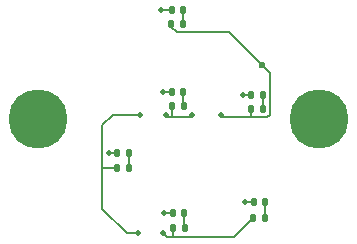
<source format=gbr>
%TF.GenerationSoftware,KiCad,Pcbnew,8.0.2-1*%
%TF.CreationDate,2024-11-11T18:57:46+10:00*%
%TF.ProjectId,ae_emblem_led_pcb,61655f65-6d62-46c6-956d-5f6c65645f70,rev?*%
%TF.SameCoordinates,Original*%
%TF.FileFunction,Copper,L1,Top*%
%TF.FilePolarity,Positive*%
%FSLAX46Y46*%
G04 Gerber Fmt 4.6, Leading zero omitted, Abs format (unit mm)*
G04 Created by KiCad (PCBNEW 8.0.2-1) date 2024-11-11 18:57:46*
%MOMM*%
%LPD*%
G01*
G04 APERTURE LIST*
G04 Aperture macros list*
%AMRoundRect*
0 Rectangle with rounded corners*
0 $1 Rounding radius*
0 $2 $3 $4 $5 $6 $7 $8 $9 X,Y pos of 4 corners*
0 Add a 4 corners polygon primitive as box body*
4,1,4,$2,$3,$4,$5,$6,$7,$8,$9,$2,$3,0*
0 Add four circle primitives for the rounded corners*
1,1,$1+$1,$2,$3*
1,1,$1+$1,$4,$5*
1,1,$1+$1,$6,$7*
1,1,$1+$1,$8,$9*
0 Add four rect primitives between the rounded corners*
20,1,$1+$1,$2,$3,$4,$5,0*
20,1,$1+$1,$4,$5,$6,$7,0*
20,1,$1+$1,$6,$7,$8,$9,0*
20,1,$1+$1,$8,$9,$2,$3,0*%
G04 Aperture macros list end*
%TA.AperFunction,SMDPad,CuDef*%
%ADD10RoundRect,0.147500X-0.147500X-0.172500X0.147500X-0.172500X0.147500X0.172500X-0.147500X0.172500X0*%
%TD*%
%TA.AperFunction,SMDPad,CuDef*%
%ADD11RoundRect,0.135000X-0.135000X-0.185000X0.135000X-0.185000X0.135000X0.185000X-0.135000X0.185000X0*%
%TD*%
%TA.AperFunction,ComponentPad*%
%ADD12C,0.800000*%
%TD*%
%TA.AperFunction,ComponentPad*%
%ADD13C,5.000000*%
%TD*%
%TA.AperFunction,ViaPad*%
%ADD14C,0.600000*%
%TD*%
%TA.AperFunction,ViaPad*%
%ADD15C,0.500000*%
%TD*%
%TA.AperFunction,Conductor*%
%ADD16C,0.200000*%
%TD*%
G04 APERTURE END LIST*
D10*
%TO.P,D5,1,K*%
%TO.N,GND*%
X151255000Y-80550000D03*
%TO.P,D5,2,A*%
%TO.N,Net-(D5-A)*%
X152225000Y-80550000D03*
%TD*%
D11*
%TO.P,R5,1*%
%TO.N,GPIO21*%
X151230000Y-81750000D03*
%TO.P,R5,2*%
%TO.N,Net-(D5-A)*%
X152250000Y-81750000D03*
%TD*%
D10*
%TO.P,D4,1,K*%
%TO.N,GND*%
X144515000Y-73300000D03*
%TO.P,D4,2,A*%
%TO.N,Net-(D4-A)*%
X145485000Y-73300000D03*
%TD*%
%TO.P,D1,1,K*%
%TO.N,GND*%
X144615000Y-90500000D03*
%TO.P,D1,2,A*%
%TO.N,Net-(D1-A)*%
X145585000Y-90500000D03*
%TD*%
%TO.P,D3,1,K*%
%TO.N,GND*%
X144515000Y-80300000D03*
%TO.P,D3,2,A*%
%TO.N,Net-(D3-A)*%
X145485000Y-80300000D03*
%TD*%
D11*
%TO.P,R2,1*%
%TO.N,GPIO21*%
X144515000Y-81500000D03*
%TO.P,R2,2*%
%TO.N,Net-(D3-A)*%
X145535000Y-81500000D03*
%TD*%
D10*
%TO.P,D2,1,K*%
%TO.N,GND*%
X139915000Y-85400000D03*
%TO.P,D2,2,A*%
%TO.N,Net-(D2-A)*%
X140885000Y-85400000D03*
%TD*%
D11*
%TO.P,R4,1*%
%TO.N,GPIO21*%
X139890000Y-86700000D03*
%TO.P,R4,2*%
%TO.N,Net-(D2-A)*%
X140910000Y-86700000D03*
%TD*%
%TO.P,R6,1*%
%TO.N,GPIO21*%
X151430000Y-90900000D03*
%TO.P,R6,2*%
%TO.N,Net-(D6-A)*%
X152450000Y-90900000D03*
%TD*%
%TO.P,R1,1*%
%TO.N,GPIO21*%
X144590000Y-91800000D03*
%TO.P,R1,2*%
%TO.N,Net-(D1-A)*%
X145610000Y-91800000D03*
%TD*%
%TO.P,R3,1*%
%TO.N,GPIO21*%
X144490000Y-74500000D03*
%TO.P,R3,2*%
%TO.N,Net-(D4-A)*%
X145510000Y-74500000D03*
%TD*%
D10*
%TO.P,D6,1,K*%
%TO.N,GND*%
X151455000Y-89600000D03*
%TO.P,D6,2,A*%
%TO.N,Net-(D6-A)*%
X152425000Y-89600000D03*
%TD*%
D12*
%TO.P,REF\u002A\u002A,1*%
%TO.N,N/C*%
X155100825Y-82600000D03*
X155650000Y-81274175D03*
X155650000Y-83925825D03*
X156975825Y-80725000D03*
D13*
X156975825Y-82600000D03*
D12*
X156975825Y-84475000D03*
X158301650Y-81274175D03*
X158301650Y-83925825D03*
X158850825Y-82600000D03*
%TD*%
%TO.P,REF\u002A\u002A,1*%
%TO.N,N/C*%
X131325000Y-82600000D03*
X131874175Y-81274175D03*
X131874175Y-83925825D03*
X133200000Y-80725000D03*
D13*
X133200000Y-82600000D03*
D12*
X133200000Y-84475000D03*
X134525825Y-81274175D03*
X134525825Y-83925825D03*
X135075000Y-82600000D03*
%TD*%
D14*
%TO.N,GPIO21*%
X152150000Y-78000000D03*
D15*
X148650000Y-82200000D03*
X143750000Y-92200000D03*
X144000000Y-82200000D03*
X146200000Y-82200000D03*
X141800000Y-82200000D03*
X141700000Y-92200000D03*
%TO.N,GND*%
X139200000Y-85400000D03*
X150540000Y-80550000D03*
X143800000Y-80300000D03*
X143650000Y-73300000D03*
X143900000Y-90500000D03*
X150740000Y-89600000D03*
%TD*%
D16*
%TO.N,GPIO21*%
X144100000Y-92550000D02*
X144500000Y-92550000D01*
X143750000Y-92200000D02*
X144100000Y-92550000D01*
X140700000Y-92200000D02*
X138650000Y-90150000D01*
X141700000Y-92200000D02*
X140700000Y-92200000D01*
X138650000Y-90150000D02*
X138650000Y-86700000D01*
X141800000Y-82200000D02*
X139550000Y-82200000D01*
X138650000Y-83100000D02*
X138650000Y-86700000D01*
X139550000Y-82200000D02*
X138650000Y-83100000D01*
X148650000Y-82200000D02*
X148850000Y-82400000D01*
X148850000Y-82400000D02*
X152600000Y-82400000D01*
X152600000Y-82400000D02*
X152820000Y-82180000D01*
X152820000Y-82180000D02*
X152820000Y-78670000D01*
X152820000Y-78670000D02*
X152150000Y-78000000D01*
X146200000Y-82400000D02*
X146200000Y-82200000D01*
X144000000Y-82200000D02*
X144200000Y-82400000D01*
X144200000Y-82400000D02*
X146200000Y-82400000D01*
X151230000Y-81750000D02*
X151230000Y-82390706D01*
X151230000Y-82390706D02*
X151233680Y-82394386D01*
%TO.N,Net-(D6-A)*%
X152425000Y-89600000D02*
X152425000Y-90875000D01*
X152425000Y-90875000D02*
X152450000Y-90900000D01*
%TO.N,GPIO21*%
X144500000Y-92550000D02*
X149780000Y-92550000D01*
X149780000Y-92550000D02*
X151430000Y-90900000D01*
%TO.N,GND*%
X150740000Y-89600000D02*
X151455000Y-89600000D01*
%TO.N,Net-(D2-A)*%
X140885000Y-86675000D02*
X140910000Y-86700000D01*
X140885000Y-85400000D02*
X140885000Y-86675000D01*
%TO.N,Net-(D3-A)*%
X145485000Y-80300000D02*
X145485000Y-81450000D01*
X145485000Y-81450000D02*
X145535000Y-81500000D01*
%TO.N,Net-(D4-A)*%
X145485000Y-73300000D02*
X145485000Y-74475000D01*
X145485000Y-74475000D02*
X145510000Y-74500000D01*
%TO.N,Net-(D5-A)*%
X152225000Y-80550000D02*
X152225000Y-81725000D01*
X152225000Y-81725000D02*
X152250000Y-81750000D01*
%TO.N,GPIO21*%
X144515000Y-82400000D02*
X146200000Y-82400000D01*
X139250000Y-86700000D02*
X139890000Y-86700000D01*
X144590000Y-92540000D02*
X144590000Y-91800000D01*
X144500000Y-92550000D02*
X144600000Y-92550000D01*
X144490000Y-74740000D02*
X144490000Y-74500000D01*
X144950000Y-75200000D02*
X144490000Y-74740000D01*
X149350000Y-75200000D02*
X144950000Y-75200000D01*
X144600000Y-92550000D02*
X144590000Y-92540000D01*
X138650000Y-86700000D02*
X139250000Y-86700000D01*
X152150000Y-78000000D02*
X149350000Y-75200000D01*
X144515000Y-81500000D02*
X144515000Y-82400000D01*
%TO.N,GND*%
X139915000Y-85400000D02*
X139200000Y-85400000D01*
X144515000Y-80300000D02*
X143800000Y-80300000D01*
X151255000Y-80550000D02*
X150540000Y-80550000D01*
X144515000Y-73300000D02*
X143650000Y-73300000D01*
X144615000Y-90500000D02*
X143900000Y-90500000D01*
%TO.N,Net-(D1-A)*%
X145585000Y-91775000D02*
X145610000Y-91800000D01*
X145585000Y-90500000D02*
X145585000Y-91775000D01*
%TD*%
M02*

</source>
